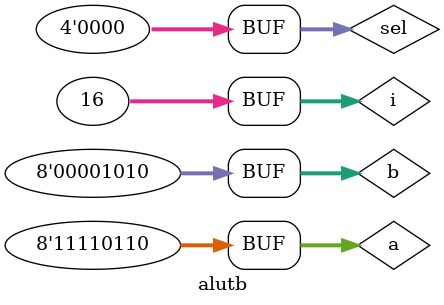
<source format=v>
module alutb;
reg[7:0]a,b;
reg[3:0] sel;
wire[7:0]out;
wire carryout;
	integer i;
arithmetic uut(
            .a(a),.b(b),.
	                   
            sel(sel),.
	    out(out),.
            carryout(carryout));
     initial begin
	     	$dumpfile("alu.vcd");
	$dumpvars;

    // hold reset state for 100 ns.
      a = 8'h0A;
      b = 8'h0B;
      sel = 4'h0;
      
      for (i=0;i<=15;i=i+1)
      begin
       sel = sel + 8'h01;
       #10;
      end;
      
      a = 8'hF6;
      b = 8'h0A;
      
    end
endmodule

</source>
